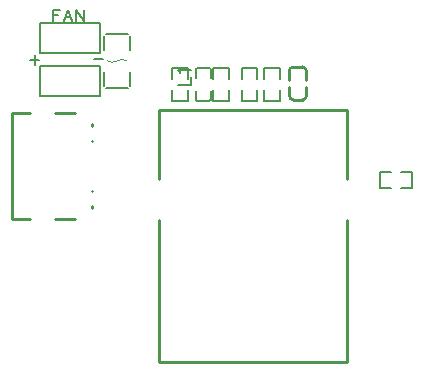
<source format=gto>
G04 Layer: TopSilkscreenLayer*
G04 EasyEDA v6.5.40, 2025-01-31 22:11:59*
G04 63179efdc9ef42fbbe513a6e2370b4ab,79498b06e10c4258a2922cdf157d59c5,10*
G04 Gerber Generator version 0.2*
G04 Scale: 100 percent, Rotated: No, Reflected: No *
G04 Dimensions in millimeters *
G04 leading zeros omitted , absolute positions ,4 integer and 5 decimal *
%FSLAX45Y45*%
%MOMM*%

%ADD10C,0.2032*%
%ADD11C,0.1524*%
%ADD12C,0.2540*%
%ADD13C,0.1520*%
%ADD14C,0.2030*%
%ADD15C,0.0762*%

%LPD*%
D10*
X229948Y-529211D02*
G01*
X229948Y-624461D01*
X229948Y-529211D02*
G01*
X289130Y-529211D01*
X229948Y-574423D02*
G01*
X266270Y-574423D01*
X355424Y-529211D02*
G01*
X319102Y-624461D01*
X355424Y-529211D02*
G01*
X391746Y-624461D01*
X332818Y-592711D02*
G01*
X378284Y-592711D01*
X421718Y-529211D02*
G01*
X421718Y-624461D01*
X421718Y-529211D02*
G01*
X485472Y-624461D01*
X485472Y-529211D02*
G01*
X485472Y-624461D01*
X71013Y-912756D02*
G01*
X71013Y-994544D01*
X30119Y-953650D02*
G01*
X111907Y-953650D01*
X570087Y-943663D02*
G01*
X651875Y-943663D01*
D11*
X1282801Y-1161491D02*
G01*
X1392021Y-1161491D01*
X1392021Y-1161491D02*
G01*
X1392021Y-1099261D01*
X1303629Y-1064971D02*
G01*
X1298295Y-1054557D01*
X1282801Y-1039063D01*
X1392021Y-1039063D01*
D12*
X2370927Y-1178130D02*
G01*
X2370927Y-1258128D01*
X2370973Y-1122085D02*
G01*
X2370973Y-1042088D01*
X2228959Y-1178130D02*
G01*
X2228959Y-1258128D01*
X2229007Y-1122085D02*
G01*
X2229007Y-1042088D01*
X2339944Y-1289103D02*
G01*
X2259939Y-1289103D01*
X2259992Y-1011110D02*
G01*
X2339995Y-1011110D01*
D11*
X1565069Y-1287018D02*
G01*
X1549834Y-1302428D01*
X1448191Y-1302428D01*
X1434934Y-1287018D01*
X1434934Y-1033018D02*
G01*
X1450035Y-1017602D01*
X1551678Y-1017602D01*
X1564934Y-1033018D01*
D13*
X1434934Y-1287218D02*
G01*
X1434934Y-1211018D01*
X1564934Y-1032812D02*
G01*
X1564934Y-1109012D01*
X1564934Y-1287218D02*
G01*
X1564934Y-1211018D01*
X1434934Y-1032812D02*
G01*
X1434934Y-1109012D01*
D11*
X1233911Y-1202639D02*
G01*
X1233911Y-1298526D01*
X1366032Y-1298526D01*
X1366032Y-1202639D01*
X1233911Y-1117396D02*
G01*
X1233911Y-1021509D01*
X1366032Y-1021509D01*
X1366032Y-1117396D01*
X1583923Y-1202639D02*
G01*
X1583923Y-1298526D01*
X1716044Y-1298526D01*
X1716044Y-1202639D01*
X1583923Y-1117396D02*
G01*
X1583923Y-1021509D01*
X1716044Y-1021509D01*
X1716044Y-1117396D01*
X2013945Y-1202639D02*
G01*
X2013945Y-1298526D01*
X2146066Y-1298526D01*
X2146066Y-1202639D01*
X2013945Y-1117396D02*
G01*
X2013945Y-1021509D01*
X2146066Y-1021509D01*
X2146066Y-1117396D01*
X1823953Y-1202639D02*
G01*
X1823953Y-1298526D01*
X1956074Y-1298526D01*
X1956074Y-1202639D01*
X1823953Y-1117396D02*
G01*
X1823953Y-1021509D01*
X1956074Y-1021509D01*
X1956074Y-1117396D01*
X3172663Y-2036084D02*
G01*
X3268550Y-2036084D01*
X3268550Y-1903963D01*
X3172663Y-1903963D01*
X3087420Y-2036084D02*
G01*
X2991533Y-2036084D01*
X2991533Y-1903963D01*
X3087420Y-1903963D01*
D12*
X556498Y-1511874D02*
G01*
X556498Y-1495409D01*
X556498Y-1639882D02*
G01*
X556498Y-1638101D01*
X556498Y-2061893D02*
G01*
X556498Y-2060110D01*
X556498Y-2204582D02*
G01*
X556498Y-2188121D01*
X242648Y-2296995D02*
G01*
X409348Y-2296995D01*
X29339Y-1402996D02*
G01*
X-124000Y-1402996D01*
X-124000Y-2296995D01*
X29339Y-2296995D01*
X409348Y-1402996D02*
G01*
X242648Y-1402996D01*
D11*
X660737Y-1052616D02*
G01*
X660737Y-1171628D01*
X660737Y-867376D02*
G01*
X660737Y-748367D01*
X675977Y-1186868D02*
G01*
X864019Y-1186868D01*
X675977Y-733127D02*
G01*
X864019Y-733127D01*
X879259Y-1171628D02*
G01*
X879259Y-1052616D01*
X879259Y-748367D02*
G01*
X879259Y-867376D01*
D14*
X623999Y-642998D02*
G01*
X306499Y-642998D01*
D10*
X623999Y-642998D02*
G01*
X623999Y-896998D01*
X115999Y-896998D01*
X115999Y-642998D01*
X306499Y-642998D01*
D14*
X623999Y-1002997D02*
G01*
X306499Y-1002997D01*
D10*
X623999Y-1002997D02*
G01*
X623999Y-1256997D01*
X115999Y-1256997D01*
X115999Y-1002997D01*
X306499Y-1002997D01*
D12*
X1124999Y-1963633D02*
G01*
X1124999Y-1376499D01*
X2711993Y-1376499D01*
X2714995Y-2309362D02*
G01*
X2714995Y-3506497D01*
X1124999Y-3506497D01*
X1124999Y-2309362D01*
X2714995Y-1376499D02*
G01*
X2714995Y-1963633D01*
G75*
G01*
X2229007Y-1042093D02*
G02*
X2259993Y-1011110I30983J0D01*
G75*
G01*
X2339990Y-1011110D02*
G02*
X2370973Y-1042093I0J-30983D01*
G75*
G01*
X2370927Y-1258123D02*
G02*
X2339945Y-1289103I-30982J3D01*
G75*
G01*
X2259947Y-1289103D02*
G02*
X2228959Y-1258123I-5J30983D01*
D15*
G75*
G01*
X769998Y-959998D02*
G02*
X685503Y-959998I-42247J73175D01*
G75*
G01*
X769998Y-959998D02*
G02*
X854494Y-959998I42248J-73175D01*
M02*

</source>
